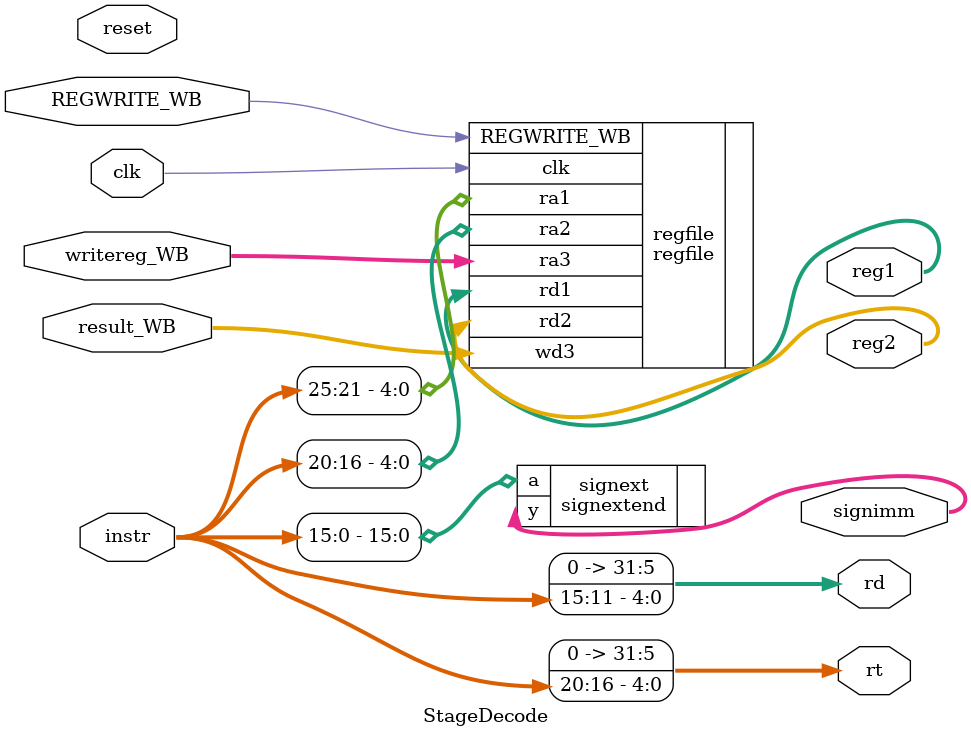
<source format=sv>
module StageDecode (input logic clk, 
                    input logic reset,
                    input logic [31:0] instr,
                    // From writeback stage
                    input logic REGWRITE_WB,
                    input logic [31:0] result_WB,
                    input logic [4:0] writereg_WB,
                    
						  output logic [31:0] rt,
						  output logic [31:0] rd,
                    output logic [31:0] reg1, 
						  output logic [31:0] reg2,
                    output logic [31:0] signimm);

	regfile      regfile(.clk(clk), 
	                     .REGWRITE_WB(REGWRITE_WB), 
								.ra1(instr[25:21]), 
						      .ra2(instr[20:16]), 
								.ra3(writereg_WB),
						      .wd3(result_WB), 
								.rd1(reg1), 
								.rd2(reg2));

    signextend  signext(.a(instr[15:0]), 
	                     .y(signimm));
		
	 assign rt = instr[20:16];
	 assign rd = instr[15:11];
endmodule 
</source>
